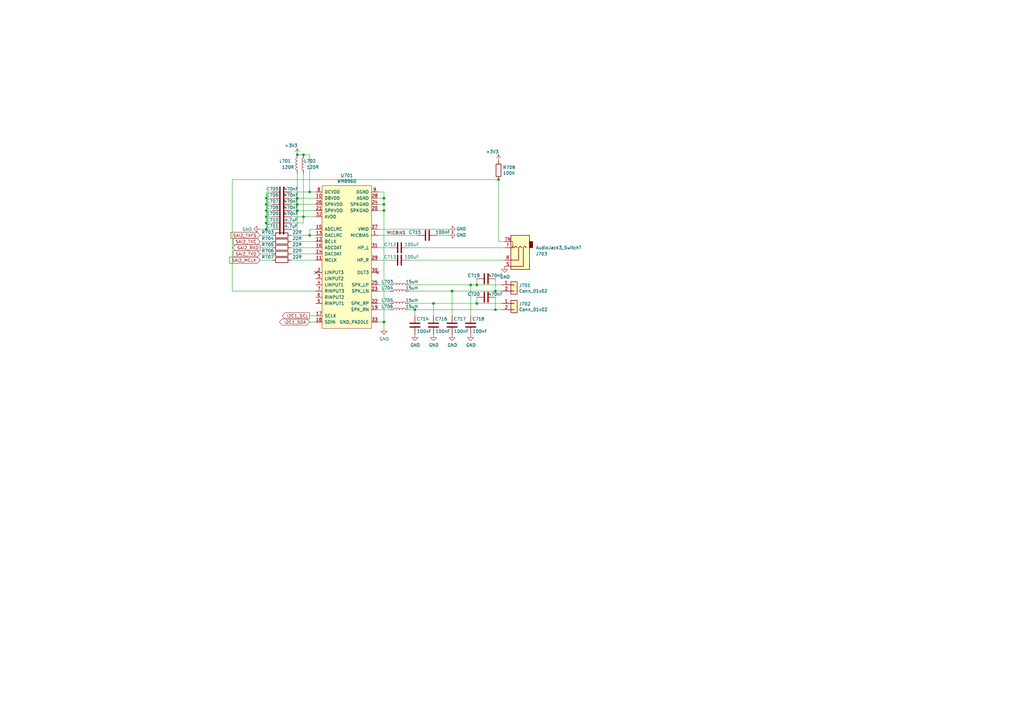
<source format=kicad_sch>
(kicad_sch (version 20210621) (generator eeschema)
  (paper "A3")
  (title_block (title "NekoInk Mainboard") (date "2021-08-21") (rev "R0.1") (company "Copyright 2021 Wenting Zhang") (comment 2 "MERCHANTABILITY, SATISFACTORY QUALITY AND FITNESS FOR A PARTICULAR PURPOSE.") (comment 3 "This source is distributed WITHOUT ANY EXPRESS OR IMPLIED WARRANTY, INCLUDING OF") (comment 4 "This source describes Open Hardware and is licensed under the CERN-OHL-P v2."))
  (lib_symbols
    (symbol "Connector_Generic:Conn_01x02" (pin_names (offset 1.016) hide)
      (property "Reference" "J" (at 0 2.54 0))
      (property "Value" "Conn_01x02" (at 0 -5.08 0))
      (symbol "Conn_01x02_1_1"
        (rectangle (start -1.27 -2.413) (end 0 -2.667) (stroke (width 0.1524)))
        (rectangle (start -1.27 0.127) (end 0 -0.127) (stroke (width 0.1524)))
        (rectangle (start -1.27 1.27) (end 1.27 -3.81) (stroke (width 0.254)) (fill (type background)))
        (pin passive line (at -5.08 0 0) (length 3.81) (name "Pin_1") (number "1"))
        (pin passive line (at -5.08 -2.54 0) (length 3.81) (name "Pin_2") (number "2"))
      )
    )
    (symbol "Device:C" (pin_numbers hide) (pin_names (offset 0.254))
      (property "Reference" "C" (at 0.635 2.54 0))
      (property "Value" "C" (at 0.635 -2.54 0))
      (symbol "C_0_1"
        (polyline (pts (xy -2.032 -0.762) (xy 2.032 -0.762)) (stroke (width 0.508)))
        (polyline (pts (xy -2.032 0.762) (xy 2.032 0.762)) (stroke (width 0.508)))
      )
      (symbol "C_1_1"
        (pin passive line (at 0 3.81 270) (length 2.794) (name "~") (number "1"))
        (pin passive line (at 0 -3.81 90) (length 2.794) (name "~") (number "2"))
      )
    )
    (symbol "Device:L" (pin_numbers hide) (pin_names (offset 1.016) hide)
      (property "Reference" "L" (at -1.27 0 90))
      (property "Value" "L" (at 1.905 0 90))
      (symbol "L_0_1"
        (arc (start 0 -2.54) (end 0 -1.27) (radius (at 0 -1.905) (length 0.635) (angles -89.9 89.9)))
        (arc (start 0 -1.27) (end 0 0) (radius (at 0 -0.635) (length 0.635) (angles -89.9 89.9)))
        (arc (start 0 0) (end 0 1.27) (radius (at 0 0.635) (length 0.635) (angles -89.9 89.9)))
        (arc (start 0 1.27) (end 0 2.54) (radius (at 0 1.905) (length 0.635) (angles -89.9 89.9)))
      )
      (symbol "L_1_1"
        (pin passive line (at 0 3.81 270) (length 1.27) (name "1") (number "1"))
        (pin passive line (at 0 -3.81 90) (length 1.27) (name "2") (number "2"))
      )
    )
    (symbol "Device:R" (pin_numbers hide) (pin_names (offset 0))
      (property "Reference" "R" (at 2.032 0 90))
      (property "Value" "R" (at 0 0 90))
      (symbol "R_0_1"
        (rectangle (start -1.016 -2.54) (end 1.016 2.54) (stroke (width 0.254)))
      )
      (symbol "R_1_1"
        (pin passive line (at 0 3.81 270) (length 1.27) (name "~") (number "1"))
        (pin passive line (at 0 -3.81 90) (length 1.27) (name "~") (number "2"))
      )
    )
    (symbol "power:+3V3" (power) (pin_names (offset 0))
      (property "Value" "+3V3" (at 0 3.556 0))
      (symbol "+3V3_0_1"
        (polyline (pts (xy -0.762 1.27) (xy 0 2.54)))
        (polyline (pts (xy 0 0) (xy 0 2.54)))
        (polyline (pts (xy 0 2.54) (xy 0.762 1.27)))
      )
      (symbol "+3V3_1_1"
        (pin power_in line (at 0 0 90) (length 0) hide (name "+3V3") (number "1"))
      )
    )
    (symbol "power:GND" (power) (pin_names (offset 0))
      (property "Value" "GND" (at 0 -3.81 0))
      (symbol "GND_0_1"
        (polyline (pts (xy 0 0) (xy 0 -1.27) (xy 1.27 -1.27) (xy 0 -2.54) (xy -1.27 -1.27) (xy 0 -1.27)))
      )
      (symbol "GND_1_1"
        (pin power_in line (at 0 0 270) (length 0) hide (name "GND") (number "1"))
      )
    )
    (symbol "symbols:AudioJack3_SwitchT"
      (property "Reference" "J" (at 0 8.89 0))
      (property "Value" "AudioJack3_SwitchT" (at 0 6.35 0))
      (symbol "AudioJack3_SwitchT_0_1"
        (rectangle (start -5.08 -5.08) (end -6.35 -7.62) (stroke (width 0.254)) (fill (type outline)))
        (rectangle (start 2.54 3.81) (end -5.08 -10.16) (stroke (width 0.254)) (fill (type background)))
        (polyline (pts (xy 1.778 -5.334) (xy 2.032 -5.842)))
        (polyline (pts (xy 0 -5.08) (xy 0.635 -5.715) (xy 1.27 -5.08) (xy 2.54 -5.08)) (stroke (width 0.254)))
        (polyline (pts (xy 2.54 -7.62) (xy 1.778 -7.62) (xy 1.778 -5.334) (xy 1.524 -5.842)))
        (polyline (pts (xy -1.905 -5.08) (xy -1.27 -5.715) (xy -0.635 -5.08) (xy -0.635 0) (xy 2.54 0)) (stroke (width 0.254)))
        (polyline (pts (xy 2.54 2.54) (xy -2.54 2.54) (xy -2.54 -5.08) (xy -3.175 -5.715) (xy -3.81 -5.08)) (stroke (width 0.254)))
      )
      (symbol "AudioJack3_SwitchT_1_1"
        (pin passive line (at 5.08 0 180) (length 2.54) (name "~") (number "R"))
        (pin passive line (at 5.08 2.54 180) (length 2.54) (name "~") (number "S"))
        (pin passive line (at 5.08 -5.08 180) (length 2.54) (name "~") (number "T"))
        (pin passive line (at 5.08 -7.62 180) (length 2.54) (name "~") (number "TN"))
      )
    )
    (symbol "symbols:WM8960" (pin_names (offset 1.016))
      (property "Reference" "U" (at -7.62 0 0))
      (property "Value" "WM8960" (at 5.08 0 0))
      (symbol "WM8960_0_1"
        (rectangle (start -10.16 -2.54) (end 10.16 -60.96) (fill (type background)))
      )
      (symbol "WM8960_1_1"
        (pin input line (at 12.7 -22.86 180) (length 2.54) (name "MICBIAS") (number "1"))
        (pin power_in line (at -12.7 -7.62 0) (length 2.54) (name "DBVDD") (number "10"))
        (pin input line (at -12.7 -33.02 0) (length 2.54) (name "MCLK") (number "11"))
        (pin input line (at -12.7 -25.4 0) (length 2.54) (name "BCLK") (number "12"))
        (pin input line (at -12.7 -22.86 0) (length 2.54) (name "DACLRC") (number "13"))
        (pin input line (at -12.7 -30.48 0) (length 2.54) (name "DACDAT") (number "14"))
        (pin input line (at -12.7 -20.32 0) (length 2.54) (name "ADCLRC") (number "15"))
        (pin output line (at -12.7 -27.94 0) (length 2.54) (name "ADCDAT") (number "16"))
        (pin bidirectional line (at -12.7 -55.88 0) (length 2.54) (name "SCLK") (number "17"))
        (pin bidirectional line (at -12.7 -58.42 0) (length 2.54) (name "SDIN") (number "18"))
        (pin output line (at 12.7 -53.34 180) (length 2.54) (name "SPK_RN") (number "19"))
        (pin input line (at -12.7 -38.1 0) (length 2.54) (name "LINPUT3") (number "2"))
        (pin power_in line (at 12.7 -12.7 180) (length 2.54) (name "SPKGND") (number "20"))
        (pin power_in line (at -12.7 -12.7 0) (length 2.54) (name "SPKVDD") (number "21"))
        (pin output line (at 12.7 -50.8 180) (length 2.54) (name "SPK_RP") (number "22"))
        (pin output line (at 12.7 -45.72 180) (length 2.54) (name "SPK_LN") (number "23"))
        (pin power_in line (at 12.7 -10.16 180) (length 2.54) (name "SPKGND") (number "24"))
        (pin output line (at 12.7 -43.18 180) (length 2.54) (name "SPK_LP") (number "25"))
        (pin power_in line (at -12.7 -10.16 0) (length 2.54) (name "SPKVDD") (number "26"))
        (pin input line (at 12.7 -20.32 180) (length 2.54) (name "VMID") (number "27"))
        (pin power_in line (at 12.7 -7.62 180) (length 2.54) (name "AGND") (number "28"))
        (pin output line (at 12.7 -33.02 180) (length 2.54) (name "HP_R") (number "29"))
        (pin input line (at -12.7 -40.64 0) (length 2.54) (name "LINPUT2") (number "3"))
        (pin output line (at 12.7 -38.1 180) (length 2.54) (name "OUT3") (number "30"))
        (pin output line (at 12.7 -27.94 180) (length 2.54) (name "HP_L") (number "31"))
        (pin power_in line (at -12.7 -15.24 0) (length 2.54) (name "AVDD") (number "32"))
        (pin power_in line (at 12.7 -58.42 180) (length 2.54) (name "GND_PADDLE") (number "33"))
        (pin input line (at -12.7 -43.18 0) (length 2.54) (name "LINPUT1") (number "4"))
        (pin input line (at -12.7 -50.8 0) (length 2.54) (name "RINPUT1") (number "5"))
        (pin input line (at -12.7 -48.26 0) (length 2.54) (name "RINPUT2") (number "6"))
        (pin input line (at -12.7 -45.72 0) (length 2.54) (name "RINPUT3") (number "7"))
        (pin power_in line (at -12.7 -5.08 0) (length 2.54) (name "DCVDD") (number "8"))
        (pin power_in line (at 12.7 -5.08 180) (length 2.54) (name "DGND") (number "9"))
      )
    )
  )
  (junction (at 109.22 81.28) (diameter 0.9144))
  (junction (at 109.22 83.82) (diameter 0.9144))
  (junction (at 109.22 86.36) (diameter 0.9144))
  (junction (at 109.22 88.9) (diameter 0.9144))
  (junction (at 109.22 91.44) (diameter 0.9144))
  (junction (at 109.22 93.98) (diameter 0.9144))
  (junction (at 121.92 63.5) (diameter 0.9144))
  (junction (at 121.92 81.28) (diameter 0.9144))
  (junction (at 121.92 83.82) (diameter 0.9144))
  (junction (at 121.92 86.36) (diameter 0.9144))
  (junction (at 124.46 63.5) (diameter 0.9144))
  (junction (at 124.46 88.9) (diameter 0.9144))
  (junction (at 127 78.74) (diameter 0.9144))
  (junction (at 127 96.52) (diameter 0.9144))
  (junction (at 157.48 81.28) (diameter 0.9144))
  (junction (at 157.48 83.82) (diameter 0.9144))
  (junction (at 157.48 86.36) (diameter 0.9144))
  (junction (at 157.48 132.08) (diameter 0.9144))
  (junction (at 170.18 127) (diameter 0.9144))
  (junction (at 177.8 124.46) (diameter 0.9144))
  (junction (at 185.42 119.38) (diameter 0.9144))
  (junction (at 193.04 116.84) (diameter 0.9144))
  (junction (at 195.58 116.84) (diameter 0.9144))
  (junction (at 195.58 124.46) (diameter 0.9144))
  (junction (at 203.2 119.38) (diameter 0.9144))
  (junction (at 203.2 127) (diameter 0.9144))
  (junction (at 204.47 73.66) (diameter 0.9144))
  (no_connect (at 129.54 111.76))
  (no_connect (at 154.94 111.76))
  (wire (pts (xy 95.25 73.66) (xy 95.25 119.38)))
  (wire (pts (xy 95.25 73.66) (xy 204.47 73.66)))
  (wire (pts (xy 95.25 119.38) (xy 129.54 119.38)))
  (wire (pts (xy 106.68 96.52) (xy 111.76 96.52)))
  (wire (pts (xy 106.68 99.06) (xy 111.76 99.06)))
  (wire (pts (xy 106.68 101.6) (xy 111.76 101.6)))
  (wire (pts (xy 106.68 104.14) (xy 111.76 104.14)))
  (wire (pts (xy 106.68 106.68) (xy 111.76 106.68)))
  (wire (pts (xy 109.22 78.74) (xy 109.22 81.28)))
  (wire (pts (xy 109.22 81.28) (xy 109.22 83.82)))
  (wire (pts (xy 109.22 83.82) (xy 109.22 86.36)))
  (wire (pts (xy 109.22 86.36) (xy 109.22 88.9)))
  (wire (pts (xy 109.22 88.9) (xy 109.22 91.44)))
  (wire (pts (xy 109.22 91.44) (xy 109.22 93.98)))
  (wire (pts (xy 109.22 93.98) (xy 106.68 93.98)))
  (wire (pts (xy 111.76 78.74) (xy 109.22 78.74)))
  (wire (pts (xy 111.76 81.28) (xy 109.22 81.28)))
  (wire (pts (xy 111.76 83.82) (xy 109.22 83.82)))
  (wire (pts (xy 111.76 86.36) (xy 109.22 86.36)))
  (wire (pts (xy 111.76 88.9) (xy 109.22 88.9)))
  (wire (pts (xy 111.76 91.44) (xy 109.22 91.44)))
  (wire (pts (xy 111.76 93.98) (xy 109.22 93.98)))
  (wire (pts (xy 119.38 78.74) (xy 127 78.74)))
  (wire (pts (xy 119.38 81.28) (xy 121.92 81.28)))
  (wire (pts (xy 119.38 86.36) (xy 121.92 86.36)))
  (wire (pts (xy 119.38 88.9) (xy 124.46 88.9)))
  (wire (pts (xy 119.38 91.44) (xy 124.46 91.44)))
  (wire (pts (xy 119.38 93.98) (xy 121.92 93.98)))
  (wire (pts (xy 119.38 96.52) (xy 127 96.52)))
  (wire (pts (xy 119.38 99.06) (xy 129.54 99.06)))
  (wire (pts (xy 119.38 101.6) (xy 129.54 101.6)))
  (wire (pts (xy 119.38 104.14) (xy 129.54 104.14)))
  (wire (pts (xy 119.38 106.68) (xy 129.54 106.68)))
  (wire (pts (xy 121.92 63.5) (xy 124.46 63.5)))
  (wire (pts (xy 121.92 71.12) (xy 121.92 81.28)))
  (wire (pts (xy 121.92 81.28) (xy 121.92 83.82)))
  (wire (pts (xy 121.92 81.28) (xy 129.54 81.28)))
  (wire (pts (xy 121.92 83.82) (xy 119.38 83.82)))
  (wire (pts (xy 121.92 83.82) (xy 121.92 86.36)))
  (wire (pts (xy 121.92 83.82) (xy 129.54 83.82)))
  (wire (pts (xy 121.92 86.36) (xy 129.54 86.36)))
  (wire (pts (xy 121.92 93.98) (xy 121.92 86.36)))
  (wire (pts (xy 124.46 71.12) (xy 124.46 88.9)))
  (wire (pts (xy 124.46 88.9) (xy 129.54 88.9)))
  (wire (pts (xy 124.46 91.44) (xy 124.46 88.9)))
  (wire (pts (xy 127 63.5) (xy 124.46 63.5)))
  (wire (pts (xy 127 63.5) (xy 127 78.74)))
  (wire (pts (xy 127 78.74) (xy 129.54 78.74)))
  (wire (pts (xy 127 93.98) (xy 127 96.52)))
  (wire (pts (xy 127 96.52) (xy 129.54 96.52)))
  (wire (pts (xy 127 129.54) (xy 129.54 129.54)))
  (wire (pts (xy 127 132.08) (xy 129.54 132.08)))
  (wire (pts (xy 129.54 93.98) (xy 127 93.98)))
  (wire (pts (xy 154.94 78.74) (xy 157.48 78.74)))
  (wire (pts (xy 154.94 81.28) (xy 157.48 81.28)))
  (wire (pts (xy 154.94 83.82) (xy 157.48 83.82)))
  (wire (pts (xy 154.94 86.36) (xy 157.48 86.36)))
  (wire (pts (xy 154.94 93.98) (xy 184.15 93.98)))
  (wire (pts (xy 154.94 96.52) (xy 171.45 96.52)))
  (wire (pts (xy 154.94 116.84) (xy 160.02 116.84)))
  (wire (pts (xy 154.94 119.38) (xy 160.02 119.38)))
  (wire (pts (xy 154.94 124.46) (xy 160.02 124.46)))
  (wire (pts (xy 154.94 127) (xy 160.02 127)))
  (wire (pts (xy 154.94 132.08) (xy 157.48 132.08)))
  (wire (pts (xy 157.48 78.74) (xy 157.48 81.28)))
  (wire (pts (xy 157.48 81.28) (xy 157.48 83.82)))
  (wire (pts (xy 157.48 83.82) (xy 157.48 86.36)))
  (wire (pts (xy 157.48 86.36) (xy 157.48 132.08)))
  (wire (pts (xy 157.48 132.08) (xy 157.48 134.62)))
  (wire (pts (xy 160.02 101.6) (xy 154.94 101.6)))
  (wire (pts (xy 160.02 106.68) (xy 154.94 106.68)))
  (wire (pts (xy 167.64 101.6) (xy 207.01 101.6)))
  (wire (pts (xy 167.64 106.68) (xy 207.01 106.68)))
  (wire (pts (xy 167.64 116.84) (xy 193.04 116.84)))
  (wire (pts (xy 167.64 119.38) (xy 185.42 119.38)))
  (wire (pts (xy 167.64 124.46) (xy 177.8 124.46)))
  (wire (pts (xy 167.64 127) (xy 170.18 127)))
  (wire (pts (xy 170.18 127) (xy 170.18 129.54)))
  (wire (pts (xy 170.18 127) (xy 203.2 127)))
  (wire (pts (xy 177.8 124.46) (xy 177.8 129.54)))
  (wire (pts (xy 177.8 124.46) (xy 195.58 124.46)))
  (wire (pts (xy 179.07 96.52) (xy 184.15 96.52)))
  (wire (pts (xy 185.42 119.38) (xy 185.42 129.54)))
  (wire (pts (xy 185.42 119.38) (xy 203.2 119.38)))
  (wire (pts (xy 193.04 116.84) (xy 193.04 129.54)))
  (wire (pts (xy 193.04 116.84) (xy 195.58 116.84)))
  (wire (pts (xy 195.58 114.3) (xy 195.58 116.84)))
  (wire (pts (xy 195.58 116.84) (xy 205.74 116.84)))
  (wire (pts (xy 195.58 121.92) (xy 195.58 124.46)))
  (wire (pts (xy 195.58 124.46) (xy 205.74 124.46)))
  (wire (pts (xy 203.2 114.3) (xy 203.2 119.38)))
  (wire (pts (xy 203.2 119.38) (xy 205.74 119.38)))
  (wire (pts (xy 203.2 121.92) (xy 203.2 127)))
  (wire (pts (xy 203.2 127) (xy 205.74 127)))
  (wire (pts (xy 204.47 73.66) (xy 204.47 99.06)))
  (wire (pts (xy 204.47 99.06) (xy 207.01 99.06)))
  (label "MICBIAS" (at 166.37 96.52 180))
  (global_label "SAI2_TXFS" (shape input) (at 106.68 96.52 180) (property "Intersheet References" "${INTERSHEET_REFS}" (effects hide)))
  (global_label "SAI2_TXC" (shape input) (at 106.68 99.06 180) (property "Intersheet References" "${INTERSHEET_REFS}" (effects hide)))
  (global_label "SAI2_RXD" (shape output) (at 106.68 101.6 180) (property "Intersheet References" "${INTERSHEET_REFS}" (effects hide)))
  (global_label "SAI2_TXD" (shape input) (at 106.68 104.14 180) (property "Intersheet References" "${INTERSHEET_REFS}" (effects hide)))
  (global_label "SAI2_MCLK" (shape input) (at 106.68 106.68 180) (property "Intersheet References" "${INTERSHEET_REFS}" (effects hide)))
  (global_label "I2C1_SCL" (shape output) (at 127 129.54 180) (property "Intersheet References" "${INTERSHEET_REFS}" (effects hide)))
  (global_label "I2C1_SDA" (shape bidirectional) (at 127 132.08 180) (property "Intersheet References" "${INTERSHEET_REFS}" (effects hide)))
  (symbol (lib_id "power:+3V3") (at 121.92 63.5 0) (unit 1)
    (property "Reference" "#PWR0704" (effects hide))
    (property "Value" "+3V3" (at 119.38 59.69 0))
  )
  (symbol (lib_id "power:+3V3") (at 204.47 66.04 0) (unit 1)
    (property "Reference" "#PWR0169" (effects hide))
    (property "Value" "+3V3" (at 201.93 62.23 0))
  )
  (symbol (lib_id "power:GND") (at 106.68 93.98 270) (unit 1)
    (property "Reference" "#PWR0703" (effects hide))
    (property "Value" "GND" (at 103.4288 94.107 90) (effects (justify right)))
  )
  (symbol (lib_id "power:GND") (at 157.48 134.62 0) (unit 1)
    (property "Reference" "#PWR0707" (effects hide))
    (property "Value" "GND" (at 157.607 139.0142 0))
  )
  (symbol (lib_id "power:GND") (at 170.18 137.16 0) (unit 1)
    (property "Reference" "#PWR0705" (effects hide))
    (property "Value" "GND" (at 170.307 141.5542 0))
  )
  (symbol (lib_id "power:GND") (at 177.8 137.16 0) (unit 1)
    (property "Reference" "#PWR0708" (effects hide))
    (property "Value" "GND" (at 177.927 141.5542 0))
  )
  (symbol (lib_id "power:GND") (at 184.15 93.98 90) (unit 1)
    (property "Reference" "#PWR0710" (effects hide))
    (property "Value" "GND" (at 189.1792 93.853 90))
  )
  (symbol (lib_id "power:GND") (at 184.15 96.52 90) (unit 1)
    (property "Reference" "#PWR0711" (effects hide))
    (property "Value" "GND" (at 189.1792 96.393 90))
  )
  (symbol (lib_id "power:GND") (at 185.42 137.16 0) (unit 1)
    (property "Reference" "#PWR0709" (effects hide))
    (property "Value" "GND" (at 185.547 141.5542 0))
  )
  (symbol (lib_id "power:GND") (at 193.04 137.16 0) (unit 1)
    (property "Reference" "#PWR0712" (effects hide))
    (property "Value" "GND" (at 193.167 141.5542 0))
  )
  (symbol (lib_id "power:GND") (at 207.01 109.22 0) (unit 1)
    (property "Reference" "#PWR0716" (effects hide))
    (property "Value" "GND" (at 207.137 113.6142 0))
  )
  (symbol (lib_id "Device:L") (at 121.92 67.31 180) (unit 1)
    (property "Reference" "L701" (at 119.38 66.04 0) (effects (justify left)))
    (property "Value" "120R" (at 120.65 68.58 0) (effects (justify left)))
    (property "Footprint" "Inductor_SMD:L_0603_1608Metric" (effects hide))
  )
  (symbol (lib_id "Device:L") (at 124.46 67.31 180) (unit 1)
    (property "Reference" "L702" (at 129.54 66.04 0) (effects (justify left)))
    (property "Value" "120R" (at 130.81 68.58 0) (effects (justify left)))
    (property "Footprint" "Inductor_SMD:L_0603_1608Metric" (effects hide))
  )
  (symbol (lib_id "Device:L") (at 163.83 116.84 90) (unit 1)
    (property "Reference" "L703" (at 161.29 115.57 90) (effects (justify left)))
    (property "Value" "15uH" (at 171.45 115.57 90) (effects (justify left)))
    (property "Footprint" "Inductor_SMD:L_0603_1608Metric" (effects hide))
  )
  (symbol (lib_id "Device:L") (at 163.83 119.38 90) (unit 1)
    (property "Reference" "L704" (at 161.29 118.11 90) (effects (justify left)))
    (property "Value" "15uH" (at 171.45 118.11 90) (effects (justify left)))
    (property "Footprint" "Inductor_SMD:L_0603_1608Metric" (effects hide))
  )
  (symbol (lib_id "Device:L") (at 163.83 124.46 90) (unit 1)
    (property "Reference" "L705" (at 161.29 123.19 90) (effects (justify left)))
    (property "Value" "15uH" (at 171.45 123.19 90) (effects (justify left)))
    (property "Footprint" "Inductor_SMD:L_0603_1608Metric" (effects hide))
  )
  (symbol (lib_id "Device:L") (at 163.83 127 90) (unit 1)
    (property "Reference" "L706" (at 161.29 125.73 90) (effects (justify left)))
    (property "Value" "15uH" (at 171.45 125.73 90) (effects (justify left)))
    (property "Footprint" "Inductor_SMD:L_0603_1608Metric" (effects hide))
  )
  (symbol (lib_id "Device:R") (at 115.57 96.52 90) (unit 1)
    (property "Reference" "R703" (at 112.3949 95.25 90) (effects (justify left)))
    (property "Value" "22R" (at 123.8249 95.25 90) (effects (justify left)))
    (property "Footprint" "Resistor_SMD:R_0402_1005Metric" (effects hide))
  )
  (symbol (lib_id "Device:R") (at 115.57 99.06 90) (unit 1)
    (property "Reference" "R704" (at 112.3949 97.79 90) (effects (justify left)))
    (property "Value" "22R" (at 123.8249 97.79 90) (effects (justify left)))
    (property "Footprint" "Resistor_SMD:R_0402_1005Metric" (effects hide))
  )
  (symbol (lib_id "Device:R") (at 115.57 101.6 90) (unit 1)
    (property "Reference" "R705" (at 112.3949 100.33 90) (effects (justify left)))
    (property "Value" "22R" (at 123.8249 100.33 90) (effects (justify left)))
    (property "Footprint" "Resistor_SMD:R_0402_1005Metric" (effects hide))
  )
  (symbol (lib_id "Device:R") (at 115.57 104.14 90) (unit 1)
    (property "Reference" "R706" (at 112.3949 102.87 90) (effects (justify left)))
    (property "Value" "22R" (at 123.8249 102.87 90) (effects (justify left)))
    (property "Footprint" "Resistor_SMD:R_0402_1005Metric" (effects hide))
  )
  (symbol (lib_id "Device:R") (at 115.57 106.68 90) (unit 1)
    (property "Reference" "R707" (at 112.3949 105.41 90) (effects (justify left)))
    (property "Value" "22R" (at 123.8249 105.41 90) (effects (justify left)))
    (property "Footprint" "Resistor_SMD:R_0402_1005Metric" (effects hide))
  )
  (symbol (lib_id "Device:R") (at 204.47 69.85 0) (unit 1)
    (property "Reference" "R708" (at 206.248 68.6816 0) (effects (justify left)))
    (property "Value" "100K" (at 206.248 70.993 0) (effects (justify left)))
    (property "Footprint" "Resistor_SMD:R_0402_1005Metric" (effects hide))
  )
  (symbol (lib_id "Connector_Generic:Conn_01x02") (at 210.82 116.84 0) (unit 1)
    (property "Reference" "J701" (at 212.852 117.0432 0) (effects (justify left)))
    (property "Value" "Conn_01x02" (at 212.852 119.3546 0) (effects (justify left)))
    (property "Footprint" "Connector_PinHeader_2.00mm:PinHeader_1x02_P2.00mm_Vertical" (effects hide))
  )
  (symbol (lib_id "Connector_Generic:Conn_01x02") (at 210.82 124.46 0) (unit 1)
    (property "Reference" "J702" (at 212.852 124.6632 0) (effects (justify left)))
    (property "Value" "Conn_01x02" (at 212.852 126.9746 0) (effects (justify left)))
    (property "Footprint" "Connector_PinHeader_2.00mm:PinHeader_1x02_P2.00mm_Vertical" (effects hide))
  )
  (symbol (lib_id "Device:C") (at 115.57 78.74 270) (unit 1)
    (property "Reference" "C705" (at 111.76 77.47 90))
    (property "Value" "470nF" (at 119.38 77.47 90))
    (property "Footprint" "Capacitor_SMD:C_0402_1005Metric" (effects hide))
  )
  (symbol (lib_id "Device:C") (at 115.57 81.28 270) (unit 1)
    (property "Reference" "C706" (at 111.76 80.01 90))
    (property "Value" "470nF" (at 119.38 80.01 90))
    (property "Footprint" "Capacitor_SMD:C_0402_1005Metric" (effects hide))
  )
  (symbol (lib_id "Device:C") (at 115.57 83.82 270) (unit 1)
    (property "Reference" "C707" (at 111.76 82.55 90))
    (property "Value" "470nF" (at 119.38 82.55 90))
    (property "Footprint" "Capacitor_SMD:C_0402_1005Metric" (effects hide))
  )
  (symbol (lib_id "Device:C") (at 115.57 86.36 270) (unit 1)
    (property "Reference" "C708" (at 111.76 85.09 90))
    (property "Value" "470nF" (at 119.38 85.09 90))
    (property "Footprint" "Capacitor_SMD:C_0402_1005Metric" (effects hide))
  )
  (symbol (lib_id "Device:C") (at 115.57 88.9 270) (unit 1)
    (property "Reference" "C709" (at 111.76 87.63 90))
    (property "Value" "470nF" (at 119.38 87.63 90))
    (property "Footprint" "Capacitor_SMD:C_0402_1005Metric" (effects hide))
  )
  (symbol (lib_id "Device:C") (at 115.57 91.44 270) (unit 1)
    (property "Reference" "C710" (at 111.76 90.17 90))
    (property "Value" "4.7uF" (at 119.38 90.17 90))
    (property "Footprint" "Capacitor_SMD:C_0603_1608Metric" (effects hide))
  )
  (symbol (lib_id "Device:C") (at 115.57 93.98 270) (unit 1)
    (property "Reference" "C711" (at 111.76 92.71 90))
    (property "Value" "4.7uF" (at 119.38 92.71 90))
    (property "Footprint" "Capacitor_SMD:C_0603_1608Metric" (effects hide))
  )
  (symbol (lib_id "Device:C") (at 163.83 101.6 90) (unit 1)
    (property "Reference" "C712" (at 160.02 100.33 90))
    (property "Value" "100uF" (at 168.91 100.33 90))
    (property "Footprint" "Capacitor_SMD:C_1206_3216Metric" (effects hide))
  )
  (symbol (lib_id "Device:C") (at 163.83 106.68 90) (unit 1)
    (property "Reference" "C713" (at 160.02 105.41 90))
    (property "Value" "100uF" (at 168.91 105.41 90))
    (property "Footprint" "Capacitor_SMD:C_1206_3216Metric" (effects hide))
  )
  (symbol (lib_id "Device:C") (at 170.18 133.35 180) (unit 1)
    (property "Reference" "C714" (at 173.355 130.81 0))
    (property "Value" "100nF" (at 173.99 135.89 0))
    (property "Footprint" "Capacitor_SMD:C_0402_1005Metric" (effects hide))
  )
  (symbol (lib_id "Device:C") (at 175.26 96.52 90) (unit 1)
    (property "Reference" "C715" (at 170.18 95.25 90))
    (property "Value" "100nF" (at 181.61 95.25 90))
    (property "Footprint" "Capacitor_SMD:C_0402_1005Metric" (effects hide))
  )
  (symbol (lib_id "Device:C") (at 177.8 133.35 180) (unit 1)
    (property "Reference" "C716" (at 180.975 130.81 0))
    (property "Value" "100nF" (at 181.61 135.89 0))
    (property "Footprint" "Capacitor_SMD:C_0402_1005Metric" (effects hide))
  )
  (symbol (lib_id "Device:C") (at 185.42 133.35 180) (unit 1)
    (property "Reference" "C717" (at 188.595 130.81 0))
    (property "Value" "100nF" (at 189.23 135.89 0))
    (property "Footprint" "Capacitor_SMD:C_0402_1005Metric" (effects hide))
  )
  (symbol (lib_id "Device:C") (at 193.04 133.35 180) (unit 1)
    (property "Reference" "C718" (at 196.215 130.81 0))
    (property "Value" "100nF" (at 196.85 135.89 0))
    (property "Footprint" "Capacitor_SMD:C_0402_1005Metric" (effects hide))
  )
  (symbol (lib_id "Device:C") (at 199.39 114.3 90) (unit 1)
    (property "Reference" "C719" (at 194.31 113.03 90))
    (property "Value" "470nF" (at 203.2 113.03 90))
    (property "Footprint" "Capacitor_SMD:C_0402_1005Metric" (effects hide))
  )
  (symbol (lib_id "Device:C") (at 199.39 121.92 90) (unit 1)
    (property "Reference" "C720" (at 194.31 120.65 90))
    (property "Value" "470nF" (at 203.2 120.65 90))
    (property "Footprint" "Capacitor_SMD:C_0402_1005Metric" (effects hide))
  )
  (symbol (lib_id "symbols:AudioJack3_SwitchT") (at 212.09 106.68 180) (unit 1)
    (property "Reference" "J703" (at 219.71 104.14 0) (effects (justify right)))
    (property "Value" "AudioJack3_SwitchT" (at 219.71 101.6 0) (effects (justify right)))
    (property "Footprint" "footprints:PJ-327E" (effects hide))
  )
  (symbol (lib_id "symbols:WM8960") (at 142.24 73.66 0) (unit 1)
    (property "Reference" "U701" (at 142.24 72.009 0))
    (property "Value" "WM8960" (at 142.24 74.3204 0))
    (property "Footprint" "Package_DFN_QFN:QFN-32-1EP_5x5mm_P0.5mm_EP3.6x3.6mm_ThermalVias" (effects hide))
  )
)
</source>
